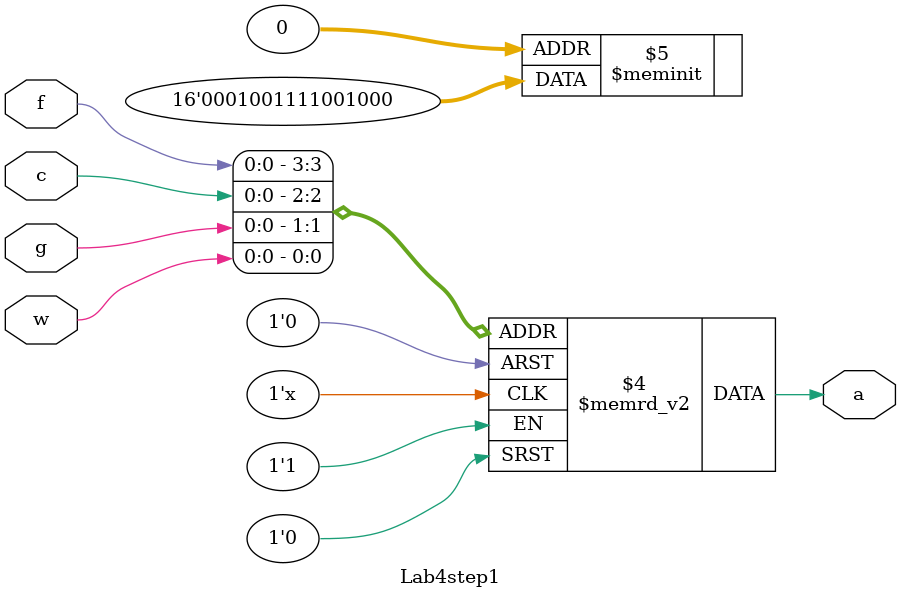
<source format=v>
module Lab4step1(f, c, g, w, a);
	input f, c, g, w;
	output a;
	reg a;
	
	always @(f or c or g or w)
	begin
		case({f, c, g, w})
			
			4'b0000: a = 'b0;
			4'b0001: a = 'b0;
			4'b0010: a = 'b0;
			4'b0011: a = 'b1;
			4'b0100: a = 'b0;
			4'b0101: a = 'b0;
			4'b0110: a = 'b1;
			4'b0111: a = 'b1;
			4'b1000: a = 'b1;
			4'b1001: a = 'b1;
			4'b1010: a = 'b0;
			4'b1011: a = 'b0;
			4'b1100: a = 'b1;
			4'b1101: a = 'b0;
			4'b1110: a = 'b0;
			4'b1111: a = 'b0;
		endcase
	end
endmodule
</source>
